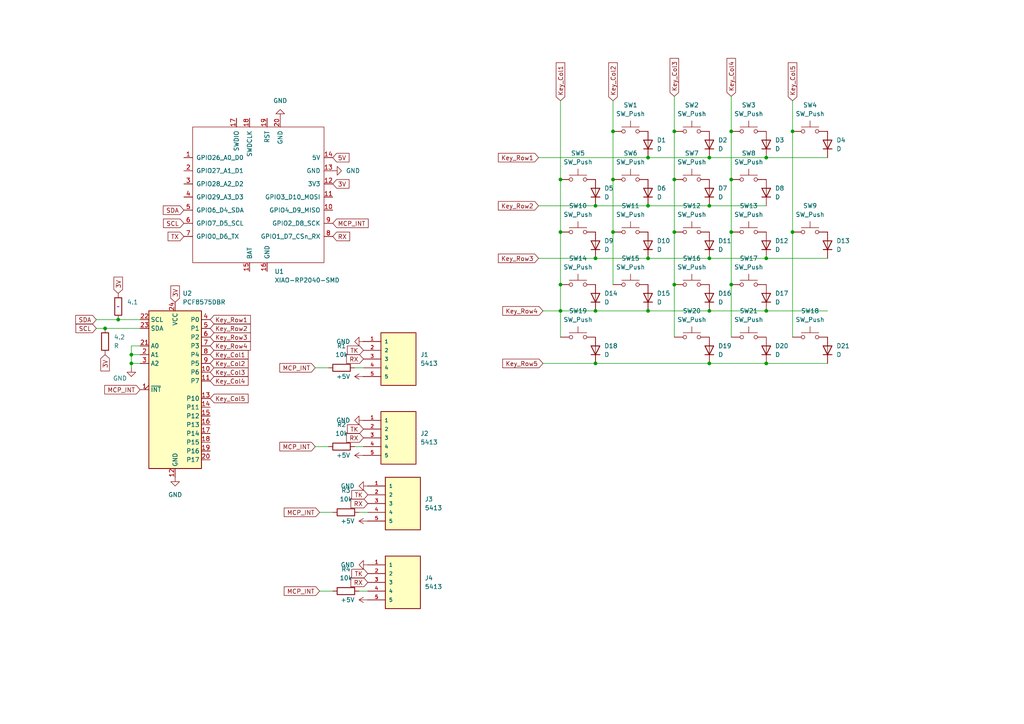
<source format=kicad_sch>
(kicad_sch (version 20250114) (generator "eeschema") (generator_version "9.0")
  (paper "A4")
  (lib_symbols
    (symbol "5413:5413" (pin_names (offset 1.016))
      (property "Reference" "J" (at -5.08 8.382 0))
      (property "Value" "5413" (at -5.08 -10.16 0))
      (symbol "5413_0_0"
        (rectangle (start -5.08 -7.62) (end 5.08 7.62) (stroke (width 0.254)) (fill (type background)))
        (pin passive line (at -10.16 5.08 0) (length 5.08) (name "1") (number "1"))
        (pin passive line (at -10.16 2.54 0) (length 5.08) (name "2") (number "2"))
        (pin passive line (at -10.16 0 0) (length 5.08) (name "3") (number "3"))
        (pin passive line (at -10.16 -2.54 0) (length 5.08) (name "4") (number "4"))
        (pin passive line (at -10.16 -5.08 0) (length 5.08) (name "5") (number "5"))
      )
    )
    (symbol "Device:D" (pin_numbers (hide yes)) (pin_names (offset 1.016) (hide yes))
      (property "Reference" "D" (at 0 2.54 0))
      (property "Value" "D" (at 0 -2.54 0))
      (symbol "D_0_1"
        (polyline (pts (xy -1.27 1.27) (xy -1.27 -1.27)) (stroke (width 0.254)))
        (polyline (pts (xy 1.27 1.27) (xy 1.27 -1.27) (xy -1.27 0) (xy 1.27 1.27)) (stroke (width 0.254)))
        (polyline (pts (xy 1.27 0) (xy -1.27 0)))
      )
      (symbol "D_1_1"
        (pin passive line (at -3.81 0 0) (length 2.54) (name "K") (number "1"))
        (pin passive line (at 3.81 0 180) (length 2.54) (name "A") (number "2"))
      )
    )
    (symbol "Device:R" (pin_numbers (hide yes)) (pin_names (offset 0))
      (property "Reference" "R" (at 2.032 0 90))
      (property "Value" "R" (at 0 0 90))
      (symbol "R_0_1"
        (rectangle (start -1.016 -2.54) (end 1.016 2.54) (stroke (width 0.254)))
      )
      (symbol "R_1_1"
        (pin passive line (at 0 3.81 270) (length 1.27) (name "~") (number "1"))
        (pin passive line (at 0 -3.81 90) (length 1.27) (name "~") (number "2"))
      )
    )
    (symbol "Interface_Expansion:PCF8575DBR"
      (property "Reference" "U" (at -6.35 24.13 0))
      (property "Value" "PCF8575DBR" (at 7.62 -24.13 0))
      (symbol "PCF8575DBR_0_1"
        (rectangle (start -7.62 22.86) (end 7.62 -22.86) (stroke (width 0.254)) (fill (type background)))
      )
      (symbol "PCF8575DBR_1_1"
        (pin input line (at -10.16 20.32 0) (length 2.54) (name "SCL") (number "22"))
        (pin bidirectional line (at -10.16 17.78 0) (length 2.54) (name "SDA") (number "23"))
        (pin input line (at -10.16 12.7 0) (length 2.54) (name "A0") (number "21"))
        (pin input line (at -10.16 10.16 0) (length 2.54) (name "A1") (number "2"))
        (pin input line (at -10.16 7.62 0) (length 2.54) (name "A2") (number "3"))
        (pin open_collector output_low (at -10.16 0 0) (length 2.54) (name "~{INT}") (number "1"))
        (pin power_in line (at 0 25.4 270) (length 2.54) (name "VCC") (number "24"))
        (pin power_in line (at 0 -25.4 90) (length 2.54) (name "GND") (number "12"))
        (pin bidirectional line (at 10.16 20.32 180) (length 2.54) (name "P0") (number "4"))
        (pin bidirectional line (at 10.16 17.78 180) (length 2.54) (name "P1") (number "5"))
        (pin bidirectional line (at 10.16 15.24 180) (length 2.54) (name "P2") (number "6"))
        (pin bidirectional line (at 10.16 12.7 180) (length 2.54) (name "P3") (number "7"))
        (pin bidirectional line (at 10.16 10.16 180) (length 2.54) (name "P4") (number "8"))
        (pin bidirectional line (at 10.16 7.62 180) (length 2.54) (name "P5") (number "9"))
        (pin bidirectional line (at 10.16 5.08 180) (length 2.54) (name "P6") (number "10"))
        (pin bidirectional line (at 10.16 2.54 180) (length 2.54) (name "P7") (number "11"))
        (pin bidirectional line (at 10.16 -2.54 180) (length 2.54) (name "P10") (number "13"))
        (pin bidirectional line (at 10.16 -5.08 180) (length 2.54) (name "P11") (number "14"))
        (pin bidirectional line (at 10.16 -7.62 180) (length 2.54) (name "P12") (number "15"))
        (pin bidirectional line (at 10.16 -10.16 180) (length 2.54) (name "P13") (number "16"))
        (pin bidirectional line (at 10.16 -12.7 180) (length 2.54) (name "P14") (number "17"))
        (pin bidirectional line (at 10.16 -15.24 180) (length 2.54) (name "P15") (number "18"))
        (pin bidirectional line (at 10.16 -17.78 180) (length 2.54) (name "P16") (number "19"))
        (pin bidirectional line (at 10.16 -20.32 180) (length 2.54) (name "P17") (number "20"))
      )
    )
    (symbol "Seeed_Studio_XIAO_Series:XIAO-RP2040-SMD" (pin_names (offset 1.016))
      (property "Reference" "U" (at -18.542 23.114 0))
      (property "Value" "XIAO-RP2040-SMD" (at -8.382 21.336 0))
      (symbol "XIAO-RP2040-SMD_0_1"
        (rectangle (start 19.05 -19.05) (end -19.05 20.32))
      )
      (symbol "XIAO-RP2040-SMD_1_1"
        (pin passive line (at -21.59 11.43 0) (length 2.54) (name "GPIO26_A0_D0") (number "1"))
        (pin passive line (at -21.59 7.62 0) (length 2.54) (name "GPIO27_A1_D1") (number "2"))
        (pin passive line (at -21.59 3.81 0) (length 2.54) (name "GPIO28_A2_D2") (number "3"))
        (pin passive line (at -21.59 0 0) (length 2.54) (name "GPIO29_A3_D3") (number "4"))
        (pin passive line (at -21.59 -3.81 0) (length 2.54) (name "GPIO6_D4_SDA") (number "5"))
        (pin passive line (at -21.59 -7.62 0) (length 2.54) (name "GPIO7_D5_SCL") (number "6"))
        (pin passive line (at -21.59 -11.43 0) (length 2.54) (name "GPIO0_D6_TX") (number "7"))
        (pin passive line (at -6.35 22.86 270) (length 2.54) (name "SWDIO") (number "17"))
        (pin passive line (at -2.54 22.86 270) (length 2.54) (name "SWDCLK") (number "18"))
        (pin passive line (at -2.54 -21.59 90) (length 2.54) (name "BAT") (number "15"))
        (pin passive line (at 2.54 22.86 270) (length 2.54) (name "RST") (number "19"))
        (pin passive line (at 2.54 -21.59 90) (length 2.54) (name "GND") (number "16"))
        (pin passive line (at 6.35 22.86 270) (length 2.54) (name "GND") (number "20"))
        (pin passive line (at 21.59 11.43 180) (length 2.54) (name "5V") (number "14"))
        (pin passive line (at 21.59 7.62 180) (length 2.54) (name "GND") (number "13"))
        (pin passive line (at 21.59 3.81 180) (length 2.54) (name "3V3") (number "12"))
        (pin passive line (at 21.59 0 180) (length 2.54) (name "GPIO3_D10_MOSI") (number "11"))
        (pin passive line (at 21.59 -3.81 180) (length 2.54) (name "GPIO4_D9_MISO") (number "10"))
        (pin passive line (at 21.59 -7.62 180) (length 2.54) (name "GPIO2_D8_SCK") (number "9"))
        (pin passive line (at 21.59 -11.43 180) (length 2.54) (name "GPIO1_D7_CSn_RX") (number "8"))
      )
    )
    (symbol "Switch:SW_Push" (pin_numbers (hide yes)) (pin_names (offset 1.016) (hide yes))
      (property "Reference" "SW" (at 1.27 2.54 0))
      (property "Value" "SW_Push" (at 0 -1.524 0))
      (symbol "SW_Push_0_1"
        (circle (center -2.032 0) (radius 0.508))
        (polyline (pts (xy 0 1.27) (xy 0 3.048)))
        (circle (center 2.032 0) (radius 0.508))
        (polyline (pts (xy 2.54 1.27) (xy -2.54 1.27)))
        (pin passive line (at -5.08 0 0) (length 2.54) (name "1") (number "1"))
        (pin passive line (at 5.08 0 180) (length 2.54) (name "2") (number "2"))
      )
    )
    (symbol "power:+5V" (power) (pin_numbers (hide yes)) (pin_names (offset 0) (hide yes))
      (property "Value" "+5V" (at 0 3.556 0))
      (symbol "+5V_0_1"
        (polyline (pts (xy -0.762 1.27) (xy 0 2.54)))
        (polyline (pts (xy 0 2.54) (xy 0.762 1.27)))
        (polyline (pts (xy 0 0) (xy 0 2.54)))
      )
      (symbol "+5V_1_1"
        (pin power_in line (at 0 0 90) (length 0) (name "~") (number "1"))
      )
    )
    (symbol "power:GND" (power) (pin_numbers (hide yes)) (pin_names (offset 0) (hide yes))
      (property "Value" "GND" (at 0 -3.81 0))
      (symbol "GND_0_1"
        (polyline (pts (xy 0 0) (xy 0 -1.27) (xy 1.27 -1.27) (xy 0 -2.54) (xy -1.27 -1.27) (xy 0 -1.27)))
      )
      (symbol "GND_1_1"
        (pin power_in line (at 0 0 270) (length 0) (name "~") (number "1"))
      )
    )
  )
  (junction (at 195.58 38.1))
  (junction (at 30.48 95.25))
  (junction (at 172.72 105.41))
  (junction (at 177.8 52.07))
  (junction (at 222.25 74.93))
  (junction (at 205.74 59.69))
  (junction (at 195.58 67.31))
  (junction (at 34.29 92.71))
  (junction (at 187.96 90.17))
  (junction (at 205.74 105.41))
  (junction (at 229.87 67.31))
  (junction (at 212.09 67.31))
  (junction (at 162.56 90.17))
  (junction (at 177.8 38.1))
  (junction (at 162.56 82.55))
  (junction (at 38.1 102.87))
  (junction (at 222.25 90.17))
  (junction (at 205.74 45.72))
  (junction (at 195.58 52.07))
  (junction (at 172.72 59.69))
  (junction (at 205.74 74.93))
  (junction (at 187.96 74.93))
  (junction (at 195.58 82.55))
  (junction (at 162.56 52.07))
  (junction (at 172.72 74.93))
  (junction (at 172.72 90.17))
  (junction (at 212.09 82.55))
  (junction (at 162.56 67.31))
  (junction (at 38.1 105.41))
  (junction (at 177.8 67.31))
  (junction (at 205.74 90.17))
  (junction (at 222.25 45.72))
  (junction (at 187.96 59.69))
  (junction (at 187.96 45.72))
  (junction (at 229.87 38.1))
  (junction (at 212.09 38.1))
  (junction (at 222.25 105.41))
  (junction (at 212.09 52.07))
  (wire (pts (xy 38.1 105.41) (xy 40.64 105.41)))
  (wire (pts (xy 102.87 106.68) (xy 105.41 106.68)))
  (wire (pts (xy 92.71 171.45) (xy 96.52 171.45)))
  (wire (pts (xy 212.09 52.07) (xy 212.09 67.31)))
  (wire (pts (xy 91.44 106.68) (xy 95.25 106.68)))
  (wire (pts (xy 195.58 52.07) (xy 195.58 67.31)))
  (wire (pts (xy 205.74 74.93) (xy 222.25 74.93)))
  (wire (pts (xy 222.25 90.17) (xy 240.03 90.17)))
  (wire (pts (xy 229.87 38.1) (xy 229.87 67.31)))
  (wire (pts (xy 212.09 27.94) (xy 212.09 38.1)))
  (wire (pts (xy 222.25 74.93) (xy 240.03 74.93)))
  (wire (pts (xy 157.48 105.41) (xy 172.72 105.41)))
  (wire (pts (xy 34.29 92.71) (xy 40.64 92.71)))
  (wire (pts (xy 104.14 148.59) (xy 106.68 148.59)))
  (wire (pts (xy 156.21 59.69) (xy 172.72 59.69)))
  (wire (pts (xy 172.72 59.69) (xy 187.96 59.69)))
  (wire (pts (xy 27.94 95.25) (xy 30.48 95.25)))
  (wire (pts (xy 177.8 67.31) (xy 177.8 82.55)))
  (wire (pts (xy 187.96 74.93) (xy 205.74 74.93)))
  (wire (pts (xy 205.74 105.41) (xy 222.25 105.41)))
  (wire (pts (xy 212.09 67.31) (xy 212.09 82.55)))
  (wire (pts (xy 162.56 29.21) (xy 162.56 52.07)))
  (wire (pts (xy 187.96 59.69) (xy 205.74 59.69)))
  (wire (pts (xy 229.87 67.31) (xy 229.87 97.79)))
  (wire (pts (xy 172.72 105.41) (xy 205.74 105.41)))
  (wire (pts (xy 27.94 92.71) (xy 34.29 92.71)))
  (wire (pts (xy 102.87 129.54) (xy 105.41 129.54)))
  (wire (pts (xy 104.14 171.45) (xy 106.68 171.45)))
  (wire (pts (xy 195.58 38.1) (xy 195.58 52.07)))
  (wire (pts (xy 177.8 38.1) (xy 177.8 52.07)))
  (wire (pts (xy 187.96 90.17) (xy 205.74 90.17)))
  (wire (pts (xy 91.44 129.54) (xy 95.25 129.54)))
  (wire (pts (xy 187.96 45.72) (xy 205.74 45.72)))
  (wire (pts (xy 212.09 82.55) (xy 212.09 97.79)))
  (wire (pts (xy 177.8 29.21) (xy 177.8 38.1)))
  (wire (pts (xy 172.72 74.93) (xy 187.96 74.93)))
  (wire (pts (xy 172.72 90.17) (xy 187.96 90.17)))
  (wire (pts (xy 229.87 29.21) (xy 229.87 38.1)))
  (wire (pts (xy 205.74 45.72) (xy 222.25 45.72)))
  (wire (pts (xy 38.1 100.33) (xy 38.1 102.87)))
  (wire (pts (xy 40.64 100.33) (xy 38.1 100.33)))
  (wire (pts (xy 38.1 102.87) (xy 38.1 105.41)))
  (wire (pts (xy 177.8 52.07) (xy 177.8 67.31)))
  (wire (pts (xy 212.09 38.1) (xy 212.09 52.07)))
  (wire (pts (xy 195.58 82.55) (xy 195.58 97.79)))
  (wire (pts (xy 195.58 27.94) (xy 195.58 38.1)))
  (wire (pts (xy 38.1 105.41) (xy 38.1 106.68)))
  (wire (pts (xy 162.56 67.31) (xy 162.56 82.55)))
  (wire (pts (xy 38.1 102.87) (xy 40.64 102.87)))
  (wire (pts (xy 162.56 52.07) (xy 162.56 67.31)))
  (wire (pts (xy 156.21 45.72) (xy 187.96 45.72)))
  (wire (pts (xy 222.25 45.72) (xy 240.03 45.72)))
  (wire (pts (xy 195.58 67.31) (xy 195.58 82.55)))
  (wire (pts (xy 205.74 90.17) (xy 222.25 90.17)))
  (wire (pts (xy 156.21 74.93) (xy 172.72 74.93)))
  (wire (pts (xy 205.74 59.69) (xy 222.25 59.69)))
  (wire (pts (xy 162.56 90.17) (xy 162.56 97.79)))
  (wire (pts (xy 92.71 148.59) (xy 96.52 148.59)))
  (wire (pts (xy 172.72 90.17) (xy 162.56 90.17)))
  (wire (pts (xy 222.25 105.41) (xy 240.03 105.41)))
  (wire (pts (xy 162.56 90.17) (xy 162.56 82.55)))
  (wire (pts (xy 30.48 95.25) (xy 40.64 95.25)))
  (wire (pts (xy 157.48 90.17) (xy 162.56 90.17)))
  (global_label "MCP_INT" (shape input) (at 92.71 148.59 180) (property "Intersheetrefs" "${INTERSHEET_REFS}" (effects (hide yes))))
  (global_label "MCP_INT" (shape input) (at 92.71 171.45 180) (property "Intersheetrefs" "${INTERSHEET_REFS}" (effects (hide yes))))
  (global_label "Key_Row4" (shape input) (at 60.96 100.33 0) (property "Intersheetrefs" "${INTERSHEET_REFS}" (effects (hide yes))))
  (global_label "RX" (shape input) (at 96.52 68.58 0) (property "Intersheetrefs" "${INTERSHEET_REFS}" (effects (hide yes))))
  (global_label "TK" (shape input) (at 106.68 166.37 180) (property "Intersheetrefs" "${INTERSHEET_REFS}" (effects (hide yes))))
  (global_label "MCP_INT" (shape input) (at 91.44 106.68 180) (property "Intersheetrefs" "${INTERSHEET_REFS}" (effects (hide yes))))
  (global_label "Key_Col3" (shape input) (at 195.58 27.94 90) (property "Intersheetrefs" "${INTERSHEET_REFS}" (effects (hide yes))))
  (global_label "Key_Col1" (shape input) (at 60.96 102.87 0) (property "Intersheetrefs" "${INTERSHEET_REFS}" (effects (hide yes))))
  (global_label "Key_Col5" (shape input) (at 60.96 115.57 0) (property "Intersheetrefs" "${INTERSHEET_REFS}" (effects (hide yes))))
  (global_label "Key_Row3" (shape input) (at 60.96 97.79 0) (property "Intersheetrefs" "${INTERSHEET_REFS}" (effects (hide yes))))
  (global_label "3V" (shape input) (at 50.8 87.63 90) (property "Intersheetrefs" "${INTERSHEET_REFS}" (effects (hide yes))))
  (global_label "TK" (shape input) (at 105.41 101.6 180) (property "Intersheetrefs" "${INTERSHEET_REFS}" (effects (hide yes))))
  (global_label "MCP_INT" (shape input) (at 40.64 113.03 180) (property "Intersheetrefs" "${INTERSHEET_REFS}" (effects (hide yes))))
  (global_label "RX" (shape input) (at 105.41 104.14 180) (property "Intersheetrefs" "${INTERSHEET_REFS}" (effects (hide yes))))
  (global_label "Key_Col4" (shape input) (at 60.96 110.49 0) (property "Intersheetrefs" "${INTERSHEET_REFS}" (effects (hide yes))))
  (global_label "MCP_INT" (shape input) (at 91.44 129.54 180) (property "Intersheetrefs" "${INTERSHEET_REFS}" (effects (hide yes))))
  (global_label "3V" (shape input) (at 34.29 85.09 90) (property "Intersheetrefs" "${INTERSHEET_REFS}" (effects (hide yes))))
  (global_label "Key_Col4" (shape input) (at 212.09 27.94 90) (property "Intersheetrefs" "${INTERSHEET_REFS}" (effects (hide yes))))
  (global_label "Key_Row1" (shape input) (at 156.21 45.72 180) (property "Intersheetrefs" "${INTERSHEET_REFS}" (effects (hide yes))))
  (global_label "Key_Col1" (shape input) (at 162.56 29.21 90) (property "Intersheetrefs" "${INTERSHEET_REFS}" (effects (hide yes))))
  (global_label "Key_Row2" (shape input) (at 156.21 59.69 180) (property "Intersheetrefs" "${INTERSHEET_REFS}" (effects (hide yes))))
  (global_label "Key_Row1" (shape input) (at 60.96 92.71 0) (property "Intersheetrefs" "${INTERSHEET_REFS}" (effects (hide yes))))
  (global_label "TX" (shape input) (at 53.34 68.58 180) (property "Intersheetrefs" "${INTERSHEET_REFS}" (effects (hide yes))))
  (global_label "RX" (shape input) (at 105.41 127 180) (property "Intersheetrefs" "${INTERSHEET_REFS}" (effects (hide yes))))
  (global_label "SCL" (shape input) (at 53.34 64.77 180) (property "Intersheetrefs" "${INTERSHEET_REFS}" (effects (hide yes))))
  (global_label "SCL" (shape input) (at 27.94 95.25 180) (property "Intersheetrefs" "${INTERSHEET_REFS}" (effects (hide yes))))
  (global_label "3V" (shape input) (at 30.48 102.87 270) (property "Intersheetrefs" "${INTERSHEET_REFS}" (effects (hide yes))))
  (global_label "RX" (shape input) (at 106.68 168.91 180) (property "Intersheetrefs" "${INTERSHEET_REFS}" (effects (hide yes))))
  (global_label "Key_Col5" (shape input) (at 229.87 29.21 90) (property "Intersheetrefs" "${INTERSHEET_REFS}" (effects (hide yes))))
  (global_label "RX" (shape input) (at 106.68 146.05 180) (property "Intersheetrefs" "${INTERSHEET_REFS}" (effects (hide yes))))
  (global_label "SDA" (shape input) (at 53.34 60.96 180) (property "Intersheetrefs" "${INTERSHEET_REFS}" (effects (hide yes))))
  (global_label "Key_Row4" (shape input) (at 157.48 90.17 180) (property "Intersheetrefs" "${INTERSHEET_REFS}" (effects (hide yes))))
  (global_label "MCP_INT" (shape input) (at 96.52 64.77 0) (property "Intersheetrefs" "${INTERSHEET_REFS}" (effects (hide yes))))
  (global_label "TK" (shape input) (at 106.68 143.51 180) (property "Intersheetrefs" "${INTERSHEET_REFS}" (effects (hide yes))))
  (global_label "Key_Col2" (shape input) (at 177.8 29.21 90) (property "Intersheetrefs" "${INTERSHEET_REFS}" (effects (hide yes))))
  (global_label "Key_Col2" (shape input) (at 60.96 105.41 0) (property "Intersheetrefs" "${INTERSHEET_REFS}" (effects (hide yes))))
  (global_label "5V" (shape input) (at 96.52 45.72 0) (property "Intersheetrefs" "${INTERSHEET_REFS}" (effects (hide yes))))
  (global_label "Key_Row2" (shape input) (at 60.96 95.25 0) (property "Intersheetrefs" "${INTERSHEET_REFS}" (effects (hide yes))))
  (global_label "Key_Col3" (shape input) (at 60.96 107.95 0) (property "Intersheetrefs" "${INTERSHEET_REFS}" (effects (hide yes))))
  (global_label "Key_Row5" (shape input) (at 157.48 105.41 180) (property "Intersheetrefs" "${INTERSHEET_REFS}" (effects (hide yes))))
  (global_label "TK" (shape input) (at 105.41 124.46 180) (property "Intersheetrefs" "${INTERSHEET_REFS}" (effects (hide yes))))
  (global_label "3V" (shape input) (at 96.52 53.34 0) (property "Intersheetrefs" "${INTERSHEET_REFS}" (effects (hide yes))))
  (global_label "Key_Row3" (shape input) (at 156.21 74.93 180) (property "Intersheetrefs" "${INTERSHEET_REFS}" (effects (hide yes))))
  (global_label "SDA" (shape input) (at 27.94 92.71 180) (property "Intersheetrefs" "${INTERSHEET_REFS}" (effects (hide yes))))
  (symbol (lib_id "Switch:SW_Push") (at 234.95 67.31 0) (unit 1)
    (property "Reference" "SW9" (at 234.95 59.69 0))
    (property "Value" "SW_Push" (at 234.95 62.23 0))
    (property "Footprint" "Switches_keyboard:SW_Gateron_LowProfile_HotSwap_PTH" (effects (hide yes)))
    (property "Description" "Push button switch, generic, two pins" (effects (hide yes)))
  )
  (symbol (lib_id "Device:R") (at 30.48 99.06 0) (unit 1)
    (property "Reference" "4.2" (at 33.02 97.7899 0) (effects (justify left)))
    (property "Value" "R" (at 33.02 100.3299 0) (effects (justify left)))
    (property "Description" "Resistor" (effects (hide yes)))
  )
  (symbol (lib_id "Switch:SW_Push") (at 167.64 67.31 0) (unit 1)
    (property "Reference" "SW10" (at 167.64 59.69 0))
    (property "Value" "SW_Push" (at 167.64 62.23 0))
    (property "Footprint" "Switches_keyboard:SW_Gateron_LowProfile_HotSwap_PTH" (effects (hide yes)))
    (property "Description" "Push button switch, generic, two pins" (effects (hide yes)))
  )
  (symbol (lib_id "Device:D") (at 172.72 71.12 90) (unit 1)
    (property "Reference" "D9" (at 175.26 69.8499 90) (effects (justify right)))
    (property "Value" "D" (at 175.26 72.3899 90) (effects (justify right)))
    (property "Footprint" "Diode_SMD:D_SOD-123" (effects (hide yes)))
    (property "Description" "Diode" (effects (hide yes)))
    (property "Sim.Device" "D" (effects (hide yes)))
    (property "Sim.Pins" "1=K 2=A" (effects (hide yes)))
  )
  (symbol (lib_id "Switch:SW_Push") (at 200.66 67.31 0) (unit 1)
    (property "Reference" "SW12" (at 200.66 59.69 0))
    (property "Value" "SW_Push" (at 200.66 62.23 0))
    (property "Footprint" "Switches_keyboard:SW_Gateron_LowProfile_HotSwap_PTH" (effects (hide yes)))
    (property "Description" "Push button switch, generic, two pins" (effects (hide yes)))
  )
  (symbol (lib_id "Switch:SW_Push") (at 182.88 52.07 0) (unit 1)
    (property "Reference" "SW6" (at 182.88 44.45 0))
    (property "Value" "SW_Push" (at 182.88 46.99 0))
    (property "Footprint" "Switches_keyboard:SW_Gateron_LowProfile_HotSwap_PTH" (effects (hide yes)))
    (property "Description" "Push button switch, generic, two pins" (effects (hide yes)))
  )
  (symbol (lib_id "Device:D") (at 205.74 101.6 90) (unit 1)
    (property "Reference" "D19" (at 208.28 100.3299 90) (effects (justify right)))
    (property "Value" "D" (at 208.28 102.8699 90) (effects (justify right)))
    (property "Footprint" "Diode_SMD:D_SOD-123" (effects (hide yes)))
    (property "Description" "Diode" (effects (hide yes)))
    (property "Sim.Device" "D" (effects (hide yes)))
    (property "Sim.Pins" "1=K 2=A" (effects (hide yes)))
  )
  (symbol (lib_id "Device:D") (at 172.72 55.88 90) (unit 1)
    (property "Reference" "D5" (at 175.26 54.6099 90) (effects (justify right)))
    (property "Value" "D" (at 175.26 57.1499 90) (effects (justify right)))
    (property "Footprint" "Diode_SMD:D_SOD-123" (effects (hide yes)))
    (property "Description" "Diode" (effects (hide yes)))
    (property "Sim.Device" "D" (effects (hide yes)))
    (property "Sim.Pins" "1=K 2=A" (effects (hide yes)))
  )
  (symbol (lib_id "Device:D") (at 187.96 86.36 90) (unit 1)
    (property "Reference" "D15" (at 190.5 85.0899 90) (effects (justify right)))
    (property "Value" "D" (at 190.5 87.6299 90) (effects (justify right)))
    (property "Footprint" "Diode_SMD:D_SOD-123" (effects (hide yes)))
    (property "Description" "Diode" (effects (hide yes)))
    (property "Sim.Device" "D" (effects (hide yes)))
    (property "Sim.Pins" "1=K 2=A" (effects (hide yes)))
  )
  (symbol (lib_id "Device:D") (at 240.03 71.12 90) (unit 1)
    (property "Reference" "D13" (at 242.57 69.8499 90) (effects (justify right)))
    (property "Value" "D" (at 242.57 72.3899 90) (effects (justify right)))
    (property "Footprint" "Diode_SMD:D_SOD-123" (effects (hide yes)))
    (property "Description" "Diode" (effects (hide yes)))
    (property "Sim.Device" "D" (effects (hide yes)))
    (property "Sim.Pins" "1=K 2=A" (effects (hide yes)))
  )
  (symbol (lib_id "power:GND") (at 106.68 140.97 270) (unit 1)
    (property "Reference" "#PWR09" (effects (hide yes)))
    (property "Value" "GND" (at 102.87 140.9699 90) (effects (justify right)))
    (property "Description" "Power symbol creates a global label with name \"GND\" , ground" (effects (hide yes)))
  )
  (symbol (lib_id "power:GND") (at 50.8 138.43 0) (unit 1)
    (property "Reference" "#PWR08" (effects (hide yes)))
    (property "Value" "GND" (at 50.8 143.51 0))
    (property "Description" "Power symbol creates a global label with name \"GND\" , ground" (effects (hide yes)))
  )
  (symbol (lib_id "power:+5V") (at 106.68 173.99 90) (unit 1)
    (property "Reference" "#PWR012" (effects (hide yes)))
    (property "Value" "+5V" (at 102.87 173.9899 90) (effects (justify left)))
    (property "Description" "Power symbol creates a global label with name \"+5V\"" (effects (hide yes)))
  )
  (symbol (lib_id "Switch:SW_Push") (at 167.64 52.07 0) (unit 1)
    (property "Reference" "SW5" (at 167.64 44.45 0))
    (property "Value" "SW_Push" (at 167.64 46.99 0))
    (property "Footprint" "Switches_keyboard:SW_Gateron_LowProfile_HotSwap_PTH" (effects (hide yes)))
    (property "Description" "Push button switch, generic, two pins" (effects (hide yes)))
  )
  (symbol (lib_id "Device:D") (at 187.96 41.91 90) (unit 1)
    (property "Reference" "D1" (at 190.5 40.6399 90) (effects (justify right)))
    (property "Value" "D" (at 190.5 43.1799 90) (effects (justify right)))
    (property "Footprint" "Diode_SMD:D_SOD-123" (effects (hide yes)))
    (property "Description" "Diode" (effects (hide yes)))
    (property "Sim.Device" "D" (effects (hide yes)))
    (property "Sim.Pins" "1=K 2=A" (effects (hide yes)))
  )
  (symbol (lib_id "power:GND") (at 105.41 99.06 270) (unit 1)
    (property "Reference" "#PWR03" (effects (hide yes)))
    (property "Value" "GND" (at 101.6 99.0599 90) (effects (justify right)))
    (property "Description" "Power symbol creates a global label with name \"GND\" , ground" (effects (hide yes)))
  )
  (symbol (lib_id "Device:D") (at 222.25 55.88 90) (unit 1)
    (property "Reference" "D8" (at 224.79 54.6099 90) (effects (justify right)))
    (property "Value" "D" (at 224.79 57.1499 90) (effects (justify right)))
    (property "Footprint" "Diode_SMD:D_SOD-123" (effects (hide yes)))
    (property "Description" "Diode" (effects (hide yes)))
    (property "Sim.Device" "D" (effects (hide yes)))
    (property "Sim.Pins" "1=K 2=A" (effects (hide yes)))
  )
  (symbol (lib_id "Switch:SW_Push") (at 217.17 82.55 0) (unit 1)
    (property "Reference" "SW17" (at 217.17 74.93 0))
    (property "Value" "SW_Push" (at 217.17 77.47 0))
    (property "Footprint" "Switches_keyboard:SW_Gateron_LowProfile_HotSwap_PTH" (effects (hide yes)))
    (property "Description" "Push button switch, generic, two pins" (effects (hide yes)))
  )
  (symbol (lib_id "Device:D") (at 240.03 41.91 90) (unit 1)
    (property "Reference" "D4" (at 242.57 40.6399 90) (effects (justify right)))
    (property "Value" "D" (at 242.57 43.1799 90) (effects (justify right)))
    (property "Footprint" "Diode_SMD:D_SOD-123" (effects (hide yes)))
    (property "Description" "Diode" (effects (hide yes)))
    (property "Sim.Device" "D" (effects (hide yes)))
    (property "Sim.Pins" "1=K 2=A" (effects (hide yes)))
  )
  (symbol (lib_id "5413:5413") (at 115.57 127 0) (unit 1)
    (property "Reference" "J2" (at 121.92 125.7299 0) (effects (justify left)))
    (property "Value" "5413" (at 121.92 128.2699 0) (effects (justify left)))
    (property "Footprint" "5413:ADAFRUIT_5413" (effects (hide yes)))
    (property "MF" "Adafruit Industries LLC" (effects (hide yes)))
    (property "MAXIMUM_PACKAGE_HEIGHT" "4.00mm" (effects (hide yes)))
    (property "Package" "Package" (effects (hide yes)))
    (property "Price" "None" (effects (hide yes)))
    (property "Check_prices" "https://www.snapeda.com/parts/5413/Adafruit+Industries/view-part/?ref=eda" (effects (hide yes)))
    (property "STANDARD" "Manufacturer Recommendations" (effects (hide yes)))
    (property "PARTREV" "X1" (effects (hide yes)))
    (property "SnapEDA_Link" "https://www.snapeda.com/parts/5413/Adafruit+Industries/view-part/?ref=snap" (effects (hide yes)))
    (property "MP" "5413" (effects (hide yes)))
    (property "Description_1" "DIY Magnetic Connector - Straight Angle Five Contact Pins" (effects (hide yes)))
    (property "Availability" "In Stock" (effects (hide yes)))
    (property "MANUFACTURER" "Adafruit Industries" (effects (hide yes)))
  )
  (symbol (lib_id "Device:D") (at 222.25 41.91 90) (unit 1)
    (property "Reference" "D3" (at 224.79 40.6399 90) (effects (justify right)))
    (property "Value" "D" (at 224.79 43.1799 90) (effects (justify right)))
    (property "Footprint" "Diode_SMD:D_SOD-123" (effects (hide yes)))
    (property "Description" "Diode" (effects (hide yes)))
    (property "Sim.Device" "D" (effects (hide yes)))
    (property "Sim.Pins" "1=K 2=A" (effects (hide yes)))
  )
  (symbol (lib_id "Switch:SW_Push") (at 234.95 97.79 0) (unit 1)
    (property "Reference" "SW18" (at 234.95 90.17 0))
    (property "Value" "SW_Push" (at 234.95 92.71 0))
    (property "Footprint" "Switches_keyboard:SW_Gateron_LowProfile_HotSwap_PTH" (effects (hide yes)))
    (property "Description" "Push button switch, generic, two pins" (effects (hide yes)))
  )
  (symbol (lib_id "power:GND") (at 81.28 34.29 180) (unit 1)
    (property "Reference" "#PWR01" (effects (hide yes)))
    (property "Value" "GND" (at 81.28 29.21 0))
    (property "Description" "Power symbol creates a global label with name \"GND\" , ground" (effects (hide yes)))
  )
  (symbol (lib_id "power:+5V") (at 105.41 132.08 90) (unit 1)
    (property "Reference" "#PWR07" (effects (hide yes)))
    (property "Value" "+5V" (at 101.6 132.0799 90) (effects (justify left)))
    (property "Description" "Power symbol creates a global label with name \"+5V\"" (effects (hide yes)))
  )
  (symbol (lib_id "Device:R") (at 100.33 148.59 270) (unit 1)
    (property "Reference" "R3" (at 100.33 142.24 90))
    (property "Value" "10k" (at 100.33 144.78 90))
    (property "Description" "Resistor" (effects (hide yes)))
  )
  (symbol (lib_id "Switch:SW_Push") (at 200.66 38.1 0) (unit 1)
    (property "Reference" "SW2" (at 200.66 30.48 0))
    (property "Value" "SW_Push" (at 200.66 33.02 0))
    (property "Footprint" "Switches_keyboard:SW_Gateron_LowProfile_HotSwap_PTH" (effects (hide yes)))
    (property "Description" "Push button switch, generic, two pins" (effects (hide yes)))
  )
  (symbol (lib_id "Switch:SW_Push") (at 200.66 52.07 0) (unit 1)
    (property "Reference" "SW7" (at 200.66 44.45 0))
    (property "Value" "SW_Push" (at 200.66 46.99 0))
    (property "Footprint" "Switches_keyboard:SW_Gateron_LowProfile_HotSwap_PTH" (effects (hide yes)))
    (property "Description" "Push button switch, generic, two pins" (effects (hide yes)))
  )
  (symbol (lib_id "Switch:SW_Push") (at 167.64 97.79 0) (unit 1)
    (property "Reference" "SW19" (at 167.64 90.17 0))
    (property "Value" "SW_Push" (at 167.64 92.71 0))
    (property "Footprint" "Switches_keyboard:SW_Gateron_LowProfile_HotSwap_PTH" (effects (hide yes)))
    (property "Description" "Push button switch, generic, two pins" (effects (hide yes)))
  )
  (symbol (lib_id "Device:D") (at 222.25 86.36 90) (unit 1)
    (property "Reference" "D17" (at 224.79 85.0899 90) (effects (justify right)))
    (property "Value" "D" (at 224.79 87.6299 90) (effects (justify right)))
    (property "Footprint" "Diode_SMD:D_SOD-123" (effects (hide yes)))
    (property "Description" "Diode" (effects (hide yes)))
    (property "Sim.Device" "D" (effects (hide yes)))
    (property "Sim.Pins" "1=K 2=A" (effects (hide yes)))
  )
  (symbol (lib_id "power:GND") (at 96.52 49.53 90) (unit 1)
    (property "Reference" "#PWR02" (effects (hide yes)))
    (property "Value" "GND" (at 100.33 49.5299 90) (effects (justify right)))
    (property "Description" "Power symbol creates a global label with name \"GND\" , ground" (effects (hide yes)))
  )
  (symbol (lib_id "Device:D") (at 205.74 71.12 90) (unit 1)
    (property "Reference" "D11" (at 208.28 69.8499 90) (effects (justify right)))
    (property "Value" "D" (at 208.28 72.3899 90) (effects (justify right)))
    (property "Footprint" "Diode_SMD:D_SOD-123" (effects (hide yes)))
    (property "Description" "Diode" (effects (hide yes)))
    (property "Sim.Device" "D" (effects (hide yes)))
    (property "Sim.Pins" "1=K 2=A" (effects (hide yes)))
  )
  (symbol (lib_id "Switch:SW_Push") (at 217.17 97.79 0) (unit 1)
    (property "Reference" "SW21" (at 217.17 90.17 0))
    (property "Value" "SW_Push" (at 217.17 92.71 0))
    (property "Footprint" "Switches_keyboard:SW_Gateron_LowProfile_HotSwap_PTH" (effects (hide yes)))
    (property "Description" "Push button switch, generic, two pins" (effects (hide yes)))
  )
  (symbol (lib_id "Device:R") (at 99.06 129.54 270) (unit 1)
    (property "Reference" "R2" (at 99.06 123.19 90))
    (property "Value" "10k" (at 99.06 125.73 90))
    (property "Description" "Resistor" (effects (hide yes)))
  )
  (symbol (lib_id "Device:D") (at 172.72 86.36 90) (unit 1)
    (property "Reference" "D14" (at 175.26 85.0899 90) (effects (justify right)))
    (property "Value" "D" (at 175.26 87.6299 90) (effects (justify right)))
    (property "Footprint" "Diode_SMD:D_SOD-123" (effects (hide yes)))
    (property "Description" "Diode" (effects (hide yes)))
    (property "Sim.Device" "D" (effects (hide yes)))
    (property "Sim.Pins" "1=K 2=A" (effects (hide yes)))
  )
  (symbol (lib_id "Device:D") (at 205.74 86.36 90) (unit 1)
    (property "Reference" "D16" (at 208.28 85.0899 90) (effects (justify right)))
    (property "Value" "D" (at 208.28 87.6299 90) (effects (justify right)))
    (property "Footprint" "Diode_SMD:D_SOD-123" (effects (hide yes)))
    (property "Description" "Diode" (effects (hide yes)))
    (property "Sim.Device" "D" (effects (hide yes)))
    (property "Sim.Pins" "1=K 2=A" (effects (hide yes)))
  )
  (symbol (lib_id "Device:R") (at 34.29 88.9 0) (unit 1)
    (property "Reference" "4.1" (at 36.83 87.6299 0) (effects (justify left)))
    (property "Value" "R" (effects (hide yes)))
    (property "Datasheet" "~" (at 34.29 88.9 0))
    (property "Description" "Resistor" (effects (hide yes)))
  )
  (symbol (lib_id "Switch:SW_Push") (at 234.95 38.1 0) (unit 1)
    (property "Reference" "SW4" (at 234.95 30.48 0))
    (property "Value" "SW_Push" (at 234.95 33.02 0))
    (property "Footprint" "Switches_keyboard:SW_Gateron_LowProfile_HotSwap_PTH" (effects (hide yes)))
    (property "Description" "Push button switch, generic, two pins" (effects (hide yes)))
  )
  (symbol (lib_id "5413:5413") (at 115.57 104.14 0) (unit 1)
    (property "Reference" "J1" (at 121.92 102.8699 0) (effects (justify left)))
    (property "Value" "5413" (at 121.92 105.4099 0) (effects (justify left)))
    (property "Footprint" "5413:ADAFRUIT_5413" (effects (hide yes)))
    (property "MF" "Adafruit Industries LLC" (effects (hide yes)))
    (property "MAXIMUM_PACKAGE_HEIGHT" "4.00mm" (effects (hide yes)))
    (property "Package" "Package" (effects (hide yes)))
    (property "Price" "None" (effects (hide yes)))
    (property "Check_prices" "https://www.snapeda.com/parts/5413/Adafruit+Industries/view-part/?ref=eda" (effects (hide yes)))
    (property "STANDARD" "Manufacturer Recommendations" (effects (hide yes)))
    (property "PARTREV" "X1" (effects (hide yes)))
    (property "SnapEDA_Link" "https://www.snapeda.com/parts/5413/Adafruit+Industries/view-part/?ref=snap" (effects (hide yes)))
    (property "MP" "5413" (effects (hide yes)))
    (property "Description_1" "DIY Magnetic Connector - Straight Angle Five Contact Pins" (effects (hide yes)))
    (property "Availability" "In Stock" (effects (hide yes)))
    (property "MANUFACTURER" "Adafruit Industries" (effects (hide yes)))
  )
  (symbol (lib_id "Interface_Expansion:PCF8575DBR") (at 50.8 113.03 0) (unit 1)
    (property "Reference" "U2" (at 52.9433 85.09 0) (effects (justify left)))
    (property "Value" "PCF8575DBR" (at 52.9433 87.63 0) (effects (justify left)))
    (property "Footprint" "Package_SO:SSOP-24_5.3x8.2mm_P0.65mm" (effects (hide yes)))
    (property "Datasheet" "https://www.ti.com/lit/ds/symlink/pcf8575.pdf" (effects (hide yes)))
    (property "Description" "16 Bits Port/Expander to I2C Bus, SSOP-24" (effects (hide yes)))
  )
  (symbol (lib_id "power:GND") (at 105.41 121.92 270) (unit 1)
    (property "Reference" "#PWR06" (effects (hide yes)))
    (property "Value" "GND" (at 101.6 121.9199 90) (effects (justify right)))
    (property "Description" "Power symbol creates a global label with name \"GND\" , ground" (effects (hide yes)))
  )
  (symbol (lib_id "5413:5413") (at 116.84 146.05 0) (unit 1)
    (property "Reference" "J3" (at 123.19 144.7799 0) (effects (justify left)))
    (property "Value" "5413" (at 123.19 147.3199 0) (effects (justify left)))
    (property "Footprint" "5413:ADAFRUIT_5413" (effects (hide yes)))
    (property "MF" "Adafruit Industries LLC" (effects (hide yes)))
    (property "MAXIMUM_PACKAGE_HEIGHT" "4.00mm" (effects (hide yes)))
    (property "Package" "Package" (effects (hide yes)))
    (property "Price" "None" (effects (hide yes)))
    (property "Check_prices" "https://www.snapeda.com/parts/5413/Adafruit+Industries/view-part/?ref=eda" (effects (hide yes)))
    (property "STANDARD" "Manufacturer Recommendations" (effects (hide yes)))
    (property "PARTREV" "X1" (effects (hide yes)))
    (property "SnapEDA_Link" "https://www.snapeda.com/parts/5413/Adafruit+Industries/view-part/?ref=snap" (effects (hide yes)))
    (property "MP" "5413" (effects (hide yes)))
    (property "Description_1" "DIY Magnetic Connector - Straight Angle Five Contact Pins" (effects (hide yes)))
    (property "Availability" "In Stock" (effects (hide yes)))
    (property "MANUFACTURER" "Adafruit Industries" (effects (hide yes)))
  )
  (symbol (lib_id "Switch:SW_Push") (at 182.88 38.1 0) (unit 1)
    (property "Reference" "SW1" (at 182.88 30.48 0))
    (property "Value" "SW_Push" (at 182.88 33.02 0))
    (property "Footprint" "Switches_keyboard:SW_Gateron_LowProfile_HotSwap_PTH" (effects (hide yes)))
    (property "Description" "Push button switch, generic, two pins" (effects (hide yes)))
  )
  (symbol (lib_id "Device:D") (at 172.72 101.6 90) (unit 1)
    (property "Reference" "D18" (at 175.26 100.3299 90) (effects (justify right)))
    (property "Value" "D" (at 175.26 102.8699 90) (effects (justify right)))
    (property "Footprint" "Diode_SMD:D_SOD-123" (effects (hide yes)))
    (property "Description" "Diode" (effects (hide yes)))
    (property "Sim.Device" "D" (effects (hide yes)))
    (property "Sim.Pins" "1=K 2=A" (effects (hide yes)))
  )
  (symbol (lib_id "Switch:SW_Push") (at 200.66 82.55 0) (unit 1)
    (property "Reference" "SW16" (at 200.66 74.93 0))
    (property "Value" "SW_Push" (at 200.66 77.47 0))
    (property "Footprint" "Switches_keyboard:SW_Gateron_LowProfile_HotSwap_PTH" (effects (hide yes)))
    (property "Description" "Push button switch, generic, two pins" (effects (hide yes)))
  )
  (symbol (lib_id "power:GND") (at 106.68 163.83 270) (unit 1)
    (property "Reference" "#PWR011" (effects (hide yes)))
    (property "Value" "GND" (at 102.87 163.8299 90) (effects (justify right)))
    (property "Description" "Power symbol creates a global label with name \"GND\" , ground" (effects (hide yes)))
  )
  (symbol (lib_id "Switch:SW_Push") (at 167.64 82.55 0) (unit 1)
    (property "Reference" "SW14" (at 167.64 74.93 0))
    (property "Value" "SW_Push" (at 167.64 77.47 0))
    (property "Footprint" "Switches_keyboard:SW_Gateron_LowProfile_HotSwap_PTH" (effects (hide yes)))
    (property "Description" "Push button switch, generic, two pins" (effects (hide yes)))
  )
  (symbol (lib_id "Device:D") (at 205.74 41.91 90) (unit 1)
    (property "Reference" "D2" (at 208.28 40.6399 90) (effects (justify right)))
    (property "Value" "D" (at 208.28 43.1799 90) (effects (justify right)))
    (property "Footprint" "Diode_SMD:D_SOD-123" (effects (hide yes)))
    (property "Description" "Diode" (effects (hide yes)))
    (property "Sim.Device" "D" (effects (hide yes)))
    (property "Sim.Pins" "1=K 2=A" (effects (hide yes)))
  )
  (symbol (lib_id "Switch:SW_Push") (at 182.88 67.31 0) (unit 1)
    (property "Reference" "SW11" (at 182.88 59.69 0))
    (property "Value" "SW_Push" (at 182.88 62.23 0))
    (property "Footprint" "Switches_keyboard:SW_Gateron_LowProfile_HotSwap_PTH" (effects (hide yes)))
    (property "Description" "Push button switch, generic, two pins" (effects (hide yes)))
  )
  (symbol (lib_id "Device:R") (at 100.33 171.45 270) (unit 1)
    (property "Reference" "R4" (at 100.33 165.1 90))
    (property "Value" "10k" (at 100.33 167.64 90))
    (property "Description" "Resistor" (effects (hide yes)))
  )
  (symbol (lib_id "power:GND") (at 38.1 106.68 0) (unit 1)
    (property "Reference" "#PWR04" (effects (hide yes)))
    (property "Value" "GND" (at 34.798 109.728 0))
    (property "Description" "Power symbol creates a global label with name \"GND\" , ground" (effects (hide yes)))
  )
  (symbol (lib_id "Switch:SW_Push") (at 200.66 97.79 0) (unit 1)
    (property "Reference" "SW20" (at 200.66 90.17 0))
    (property "Value" "SW_Push" (at 200.66 92.71 0))
    (property "Footprint" "Switches_keyboard:SW_Gateron_LowProfile_HotSwap_PTH" (effects (hide yes)))
    (property "Description" "Push button switch, generic, two pins" (effects (hide yes)))
  )
  (symbol (lib_id "Device:D") (at 222.25 71.12 90) (unit 1)
    (property "Reference" "D12" (at 224.79 69.8499 90) (effects (justify right)))
    (property "Value" "D" (at 224.79 72.3899 90) (effects (justify right)))
    (property "Footprint" "Diode_SMD:D_SOD-123" (effects (hide yes)))
    (property "Description" "Diode" (effects (hide yes)))
    (property "Sim.Device" "D" (effects (hide yes)))
    (property "Sim.Pins" "1=K 2=A" (effects (hide yes)))
  )
  (symbol (lib_id "Device:D") (at 240.03 101.6 90) (unit 1)
    (property "Reference" "D21" (at 242.57 100.3299 90) (effects (justify right)))
    (property "Value" "D" (at 242.57 102.8699 90) (effects (justify right)))
    (property "Footprint" "Diode_SMD:D_SOD-123" (effects (hide yes)))
    (property "Description" "Diode" (effects (hide yes)))
    (property "Sim.Device" "D" (effects (hide yes)))
    (property "Sim.Pins" "1=K 2=A" (effects (hide yes)))
  )
  (symbol (lib_id "Device:R") (at 99.06 106.68 270) (unit 1)
    (property "Reference" "R1" (at 99.06 100.33 90))
    (property "Value" "10k" (at 99.06 102.87 90))
    (property "Description" "Resistor" (effects (hide yes)))
  )
  (symbol (lib_id "5413:5413") (at 116.84 168.91 0) (unit 1)
    (property "Reference" "J4" (at 123.19 167.6399 0) (effects (justify left)))
    (property "Value" "5413" (at 123.19 170.1799 0) (effects (justify left)))
    (property "Footprint" "5413:ADAFRUIT_5413" (effects (hide yes)))
    (property "MF" "Adafruit Industries LLC" (effects (hide yes)))
    (property "MAXIMUM_PACKAGE_HEIGHT" "4.00mm" (effects (hide yes)))
    (property "Package" "Package" (effects (hide yes)))
    (property "Price" "None" (effects (hide yes)))
    (property "Check_prices" "https://www.snapeda.com/parts/5413/Adafruit+Industries/view-part/?ref=eda" (effects (hide yes)))
    (property "STANDARD" "Manufacturer Recommendations" (effects (hide yes)))
    (property "PARTREV" "X1" (effects (hide yes)))
    (property "SnapEDA_Link" "https://www.snapeda.com/parts/5413/Adafruit+Industries/view-part/?ref=snap" (effects (hide yes)))
    (property "MP" "5413" (effects (hide yes)))
    (property "Description_1" "DIY Magnetic Connector - Straight Angle Five Contact Pins" (effects (hide yes)))
    (property "Availability" "In Stock" (effects (hide yes)))
    (property "MANUFACTURER" "Adafruit Industries" (effects (hide yes)))
  )
  (symbol (lib_id "Switch:SW_Push") (at 217.17 38.1 0) (unit 1)
    (property "Reference" "SW3" (at 217.17 30.48 0))
    (property "Value" "SW_Push" (at 217.17 33.02 0))
    (property "Footprint" "Switches_keyboard:SW_Gateron_LowProfile_HotSwap_PTH" (effects (hide yes)))
    (property "Description" "Push button switch, generic, two pins" (effects (hide yes)))
  )
  (symbol (lib_id "Device:D") (at 205.74 55.88 90) (unit 1)
    (property "Reference" "D7" (at 208.28 54.6099 90) (effects (justify right)))
    (property "Value" "D" (at 208.28 57.1499 90) (effects (justify right)))
    (property "Footprint" "Diode_SMD:D_SOD-123" (effects (hide yes)))
    (property "Description" "Diode" (effects (hide yes)))
    (property "Sim.Device" "D" (effects (hide yes)))
    (property "Sim.Pins" "1=K 2=A" (effects (hide yes)))
  )
  (symbol (lib_id "Switch:SW_Push") (at 182.88 82.55 0) (unit 1)
    (property "Reference" "SW15" (at 182.88 74.93 0))
    (property "Value" "SW_Push" (at 182.88 77.47 0))
    (property "Footprint" "Switches_keyboard:SW_Gateron_LowProfile_HotSwap_PTH" (effects (hide yes)))
    (property "Description" "Push button switch, generic, two pins" (effects (hide yes)))
  )
  (symbol (lib_id "Device:D") (at 187.96 71.12 90) (unit 1)
    (property "Reference" "D10" (at 190.5 69.8499 90) (effects (justify right)))
    (property "Value" "D" (at 190.5 72.3899 90) (effects (justify right)))
    (property "Footprint" "Diode_SMD:D_SOD-123" (effects (hide yes)))
    (property "Description" "Diode" (effects (hide yes)))
    (property "Sim.Device" "D" (effects (hide yes)))
    (property "Sim.Pins" "1=K 2=A" (effects (hide yes)))
  )
  (symbol (lib_id "Device:D") (at 187.96 55.88 90) (unit 1)
    (property "Reference" "D6" (at 190.5 54.6099 90) (effects (justify right)))
    (property "Value" "D" (at 190.5 57.1499 90) (effects (justify right)))
    (property "Footprint" "Diode_SMD:D_SOD-123" (effects (hide yes)))
    (property "Description" "Diode" (effects (hide yes)))
    (property "Sim.Device" "D" (effects (hide yes)))
    (property "Sim.Pins" "1=K 2=A" (effects (hide yes)))
  )
  (symbol (lib_id "Seeed_Studio_XIAO_Series:XIAO-RP2040-SMD") (at 74.93 57.15 0) (unit 1)
    (property "Reference" "U1" (at 79.6133 78.74 0) (effects (justify left)))
    (property "Value" "XIAO-RP2040-SMD" (at 79.6133 81.28 0) (effects (justify left)))
    (property "Footprint" "102010428 (1):MODULE_102010428" (effects (hide yes)))
  )
  (symbol (lib_id "Device:D") (at 222.25 101.6 90) (unit 1)
    (property "Reference" "D20" (at 224.79 100.3299 90) (effects (justify right)))
    (property "Value" "D" (at 224.79 102.8699 90) (effects (justify right)))
    (property "Footprint" "Diode_SMD:D_SOD-123" (effects (hide yes)))
    (property "Description" "Diode" (effects (hide yes)))
    (property "Sim.Device" "D" (effects (hide yes)))
    (property "Sim.Pins" "1=K 2=A" (effects (hide yes)))
  )
  (symbol (lib_id "Switch:SW_Push") (at 217.17 67.31 0) (unit 1)
    (property "Reference" "SW13" (at 217.17 59.69 0))
    (property "Value" "SW_Push" (at 217.17 62.23 0))
    (property "Footprint" "Switches_keyboard:SW_Gateron_LowProfile_HotSwap_PTH" (effects (hide yes)))
    (property "Description" "Push button switch, generic, two pins" (effects (hide yes)))
  )
  (symbol (lib_id "Switch:SW_Push") (at 217.17 52.07 0) (unit 1)
    (property "Reference" "SW8" (at 217.17 44.45 0))
    (property "Value" "SW_Push" (at 217.17 46.99 0))
    (property "Footprint" "Switches_keyboard:SW_Gateron_LowProfile_HotSwap_PTH" (effects (hide yes)))
    (property "Description" "Push button switch, generic, two pins" (effects (hide yes)))
  )
  (symbol (lib_id "power:+5V") (at 106.68 151.13 90) (unit 1)
    (property "Reference" "#PWR010" (effects (hide yes)))
    (property "Value" "+5V" (at 102.87 151.1299 90) (effects (justify left)))
    (property "Description" "Power symbol creates a global label with name \"+5V\"" (effects (hide yes)))
  )
  (symbol (lib_id "power:+5V") (at 105.41 109.22 90) (unit 1)
    (property "Reference" "#PWR05" (effects (hide yes)))
    (property "Value" "+5V" (at 101.6 109.2199 90) (effects (justify left)))
    (property "Description" "Power symbol creates a global label with name \"+5V\"" (effects (hide yes)))
  )
)
</source>
